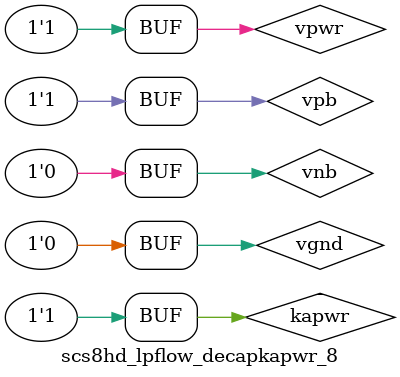
<source format=v>


`celldefine


`timescale 1ns / 1ps

module scs8hd_lpflow_decapkapwr_8  (


`ifdef SC_USE_PG_PIN
input vpwr,
input kapwr,
input vgnd
, input vpb
, input vnb
`endif

);

`ifdef functional
`else
`ifdef SC_USE_PG_PIN
`else
supply1 vpwr;
supply1 kapwr;
supply0 vgnd;
supply1 vpb;
supply0 vnb;
`endif
`endif


endmodule
`endcelldefine

</source>
